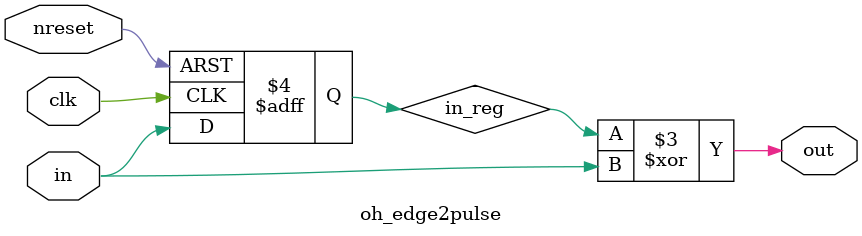
<source format=v>

module oh_edge2pulse(/*AUTOARG*/
   // Outputs
   out,
   // Inputs
   clk, nreset, in
   );

   //########################################
   //# INTERFACE
   //########################################

   parameter DW  = 1;       // width of data inputs

   input           clk;     // clock  
   input 	   nreset;  // async active low reset   
   input [DW-1:0]  in;      // edge input
   output [DW-1:0] out;     // one cycle pulse

   //########################################
   //# BODY
   //########################################
   reg [DW-1:0]    in_reg;
   
   always @ (posedge clk or negedge nreset)
     if(!nreset)
       in_reg[DW-1:0]  <= 'b0 ;
     else
       in_reg[DW-1:0]  <= in[DW-1:0] ;
     
   assign out[DW-1:0]  = in_reg[DW-1:0]  ^ in[DW-1:0] ;
   
endmodule // oh_edge2pulse

//////////////////////////////////////////////////////////////////////////////
// The MIT License (MIT)                                                    //
//                                                                          //
// Copyright (c) 2015-2016, Adapteva, Inc.                                  //
//                                                                          //
// Permission is hereby granted, free of charge, to any person obtaining a  //
// copy of this software and associated documentation files (the "Software")//
// to deal in the Software without restriction, including without limitation// 
// the rights to use, copy, modify, merge, publish, distribute, sublicense, //
// and/or sell copies of the Software, and to permit persons to whom the    //
// Software is furnished to do so, subject to the following conditions:     //
//                                                                          //
// The above copyright notice and this permission notice shall be included  // 
// in all copies or substantial portions of the Software.                   //
//                                                                          //
// THE SOFTWARE IS PROVIDED "AS IS", WITHOUT WARRANTY OF ANY KIND, EXPRESS  //
// OR IMPLIED, INCLUDING BUT NOT LIMITED TO THE WARRANTIES OF               //
// MERCHANTABILITY, FITNESS FOR A PARTICULAR PURPOSE AND NONINFRINGEMENT.   //
// IN NO EVENT SHALL THE AUTHORS OR COPYRIGHT HOLDERS BE LIABLE FOR ANY     //
// CLAIM, DAMAGES OR OTHER LIABILITY, WHETHER IN AN ACTION OF CONTRACT, TORT//
// OR OTHERWISE, ARISING FROM, OUT OF OR IN CONNECTION WITH THE SOFTWARE OR //
// THE USE OR OTHER DEALINGS IN THE SOFTWARE.                               //
//                                                                          //
//////////////////////////////////////////////////////////////////////////////

</source>
